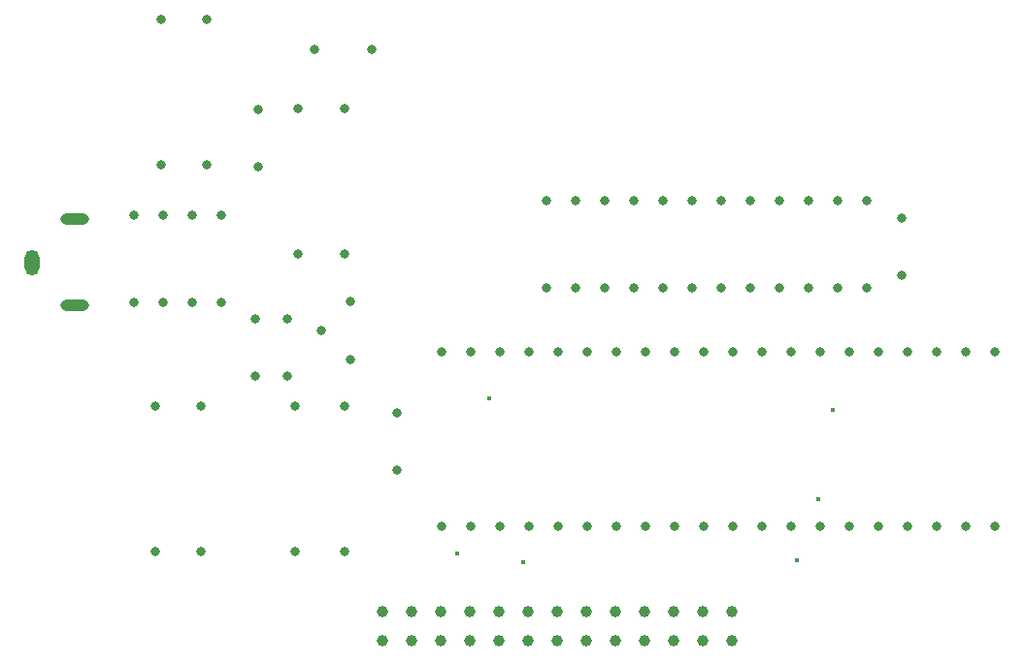
<source format=gbr>
%TF.GenerationSoftware,KiCad,Pcbnew,(6.0.7)*%
%TF.CreationDate,2023-05-05T15:18:50-06:00*%
%TF.ProjectId,sound_card,736f756e-645f-4636-9172-642e6b696361,rev?*%
%TF.SameCoordinates,Original*%
%TF.FileFunction,Plated,1,2,PTH,Mixed*%
%TF.FilePolarity,Positive*%
%FSLAX46Y46*%
G04 Gerber Fmt 4.6, Leading zero omitted, Abs format (unit mm)*
G04 Created by KiCad (PCBNEW (6.0.7)) date 2023-05-05 15:18:50*
%MOMM*%
%LPD*%
G01*
G04 APERTURE LIST*
%TA.AperFunction,ViaDrill*%
%ADD10C,0.400000*%
%TD*%
%TA.AperFunction,ComponentDrill*%
%ADD11C,0.800000*%
%TD*%
G04 aperture for slot hole*
%TA.AperFunction,ComponentDrill*%
%ADD12O,2.500000X1.000000*%
%TD*%
%TA.AperFunction,ComponentDrill*%
%ADD13C,1.000000*%
%TD*%
G04 aperture for slot hole*
%TA.AperFunction,ComponentDrill*%
%ADD14O,1.300000X2.250000*%
%TD*%
G04 APERTURE END LIST*
D10*
X127000000Y-150250000D03*
X129750000Y-136750000D03*
X132750000Y-151000000D03*
X156612701Y-150862701D03*
X158500000Y-145500000D03*
X159750000Y-137750000D03*
D11*
%TO.C,U1*%
X98750000Y-120750000D03*
X98750000Y-128370000D03*
%TO.C,R7*%
X100620000Y-137400000D03*
X100620000Y-150100000D03*
%TO.C,R2*%
X101120000Y-103650000D03*
X101120000Y-116350000D03*
%TO.C,U1*%
X101290000Y-120750000D03*
X101290000Y-128370000D03*
X103830000Y-120750000D03*
X103830000Y-128370000D03*
%TO.C,R6*%
X104620000Y-137400000D03*
X104620000Y-150100000D03*
%TO.C,R3*%
X105120000Y-103650000D03*
X105120000Y-116350000D03*
%TO.C,U1*%
X106370000Y-120750000D03*
X106370000Y-128370000D03*
%TO.C,C2*%
X109370000Y-129750000D03*
X109370000Y-134750000D03*
%TO.C,C1*%
X109620000Y-111500000D03*
X109620000Y-116500000D03*
%TO.C,C4*%
X112120000Y-129750000D03*
X112120000Y-134750000D03*
%TO.C,R8*%
X112870000Y-137400000D03*
X112870000Y-150100000D03*
%TO.C,R1*%
X113120000Y-111400000D03*
X113120000Y-124100000D03*
%TO.C,C3*%
X114500000Y-106250000D03*
%TO.C,RV1*%
X115105000Y-130760000D03*
%TO.C,R4*%
X117120000Y-111400000D03*
X117120000Y-124100000D03*
%TO.C,R5*%
X117120000Y-137400000D03*
X117120000Y-150100000D03*
%TO.C,RV1*%
X117645000Y-128220000D03*
X117645000Y-133300000D03*
%TO.C,C3*%
X119500000Y-106250000D03*
%TO.C,C6*%
X121750000Y-138000000D03*
X121750000Y-143000000D03*
%TO.C,U4*%
X125625000Y-132635000D03*
X125625000Y-147875000D03*
X128165000Y-132635000D03*
X128165000Y-147875000D03*
X130705000Y-132635000D03*
X130705000Y-147875000D03*
X133245000Y-132635000D03*
X133245000Y-147875000D03*
%TO.C,U2*%
X134785000Y-119450000D03*
X134785000Y-127070000D03*
%TO.C,U4*%
X135785000Y-132635000D03*
X135785000Y-147875000D03*
%TO.C,U2*%
X137325000Y-119450000D03*
X137325000Y-127070000D03*
%TO.C,U4*%
X138325000Y-132635000D03*
X138325000Y-147875000D03*
%TO.C,U2*%
X139865000Y-119450000D03*
X139865000Y-127070000D03*
%TO.C,U4*%
X140865000Y-132635000D03*
X140865000Y-147875000D03*
%TO.C,U2*%
X142405000Y-119450000D03*
X142405000Y-127070000D03*
%TO.C,U4*%
X143405000Y-132635000D03*
X143405000Y-147875000D03*
%TO.C,U2*%
X144945000Y-119450000D03*
X144945000Y-127070000D03*
%TO.C,U4*%
X145945000Y-132635000D03*
X145945000Y-147875000D03*
%TO.C,U2*%
X147485000Y-119450000D03*
X147485000Y-127070000D03*
%TO.C,U4*%
X148485000Y-132635000D03*
X148485000Y-147875000D03*
%TO.C,U2*%
X150025000Y-119450000D03*
X150025000Y-127070000D03*
%TO.C,U4*%
X151025000Y-132635000D03*
X151025000Y-147875000D03*
%TO.C,U2*%
X152565000Y-119450000D03*
X152565000Y-127070000D03*
%TO.C,U4*%
X153565000Y-132635000D03*
X153565000Y-147875000D03*
%TO.C,U2*%
X155105000Y-119450000D03*
X155105000Y-127070000D03*
%TO.C,U4*%
X156105000Y-132635000D03*
X156105000Y-147875000D03*
%TO.C,U2*%
X157645000Y-119450000D03*
X157645000Y-127070000D03*
%TO.C,U4*%
X158645000Y-132635000D03*
X158645000Y-147875000D03*
%TO.C,U2*%
X160185000Y-119450000D03*
X160185000Y-127070000D03*
%TO.C,U4*%
X161185000Y-132635000D03*
X161185000Y-147875000D03*
%TO.C,U2*%
X162725000Y-119450000D03*
X162725000Y-127070000D03*
%TO.C,U4*%
X163725000Y-132635000D03*
X163725000Y-147875000D03*
%TO.C,C5*%
X165725000Y-120950000D03*
X165725000Y-125950000D03*
%TO.C,U4*%
X166265000Y-132635000D03*
X166265000Y-147875000D03*
X168805000Y-132635000D03*
X168805000Y-147875000D03*
X171345000Y-132635000D03*
X171345000Y-147875000D03*
X173885000Y-132635000D03*
X173885000Y-147875000D03*
D12*
%TO.C,J1*%
X93570000Y-121087500D03*
X93570000Y-128587500D03*
D13*
%TO.C,J2*%
X120471288Y-155332732D03*
X120471288Y-157872732D03*
X123011288Y-155332732D03*
X123011288Y-157872732D03*
X125551288Y-155332732D03*
X125551288Y-157872732D03*
X128091288Y-155332732D03*
X128091288Y-157872732D03*
X130631288Y-155332732D03*
X130631288Y-157872732D03*
X133171288Y-155332732D03*
X133171288Y-157872732D03*
X135711288Y-155332732D03*
X135711288Y-157872732D03*
X138251288Y-155332732D03*
X138251288Y-157872732D03*
X140791288Y-155332732D03*
X140791288Y-157872732D03*
X143331288Y-155332732D03*
X143331288Y-157872732D03*
X145871288Y-155332732D03*
X145871288Y-157872732D03*
X148411288Y-155332732D03*
X148411288Y-157872732D03*
X150951288Y-155332732D03*
X150951288Y-157872732D03*
D14*
%TO.C,J1*%
X89870000Y-124837500D03*
M02*

</source>
